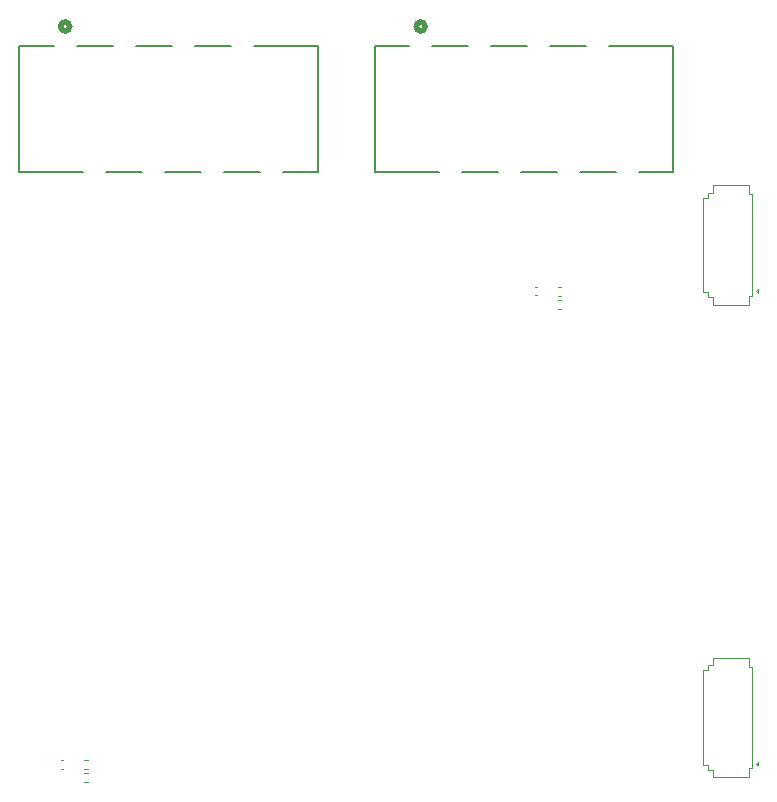
<source format=gbr>
%TF.GenerationSoftware,KiCad,Pcbnew,9.0.7*%
%TF.CreationDate,2026-02-20T11:37:07-08:00*%
%TF.ProjectId,rgb-plate,7267622d-706c-4617-9465-2e6b69636164,rev?*%
%TF.SameCoordinates,Original*%
%TF.FileFunction,Legend,Top*%
%TF.FilePolarity,Positive*%
%FSLAX46Y46*%
G04 Gerber Fmt 4.6, Leading zero omitted, Abs format (unit mm)*
G04 Created by KiCad (PCBNEW 9.0.7) date 2026-02-20 11:37:07*
%MOMM*%
%LPD*%
G01*
G04 APERTURE LIST*
%ADD10C,0.120000*%
%ADD11C,0.152400*%
%ADD12C,0.508000*%
G04 APERTURE END LIST*
D10*
%TO.C,TH2*%
X116446359Y-124320000D02*
X116753641Y-124320000D01*
X116446359Y-125080000D02*
X116753641Y-125080000D01*
%TO.C,C2*%
X114707836Y-124340000D02*
X114492164Y-124340000D01*
X114707836Y-125060000D02*
X114492164Y-125060000D01*
%TO.C,TH1*%
X156556359Y-84220000D02*
X156863641Y-84220000D01*
X156556359Y-84980000D02*
X156863641Y-84980000D01*
D11*
%TO.C,J2*%
X110976200Y-63878700D02*
X110976200Y-74521300D01*
X110976200Y-74521300D02*
X116369560Y-74521300D01*
X113869560Y-63878700D02*
X110976200Y-63878700D01*
X118330440Y-74521300D02*
X121369560Y-74521300D01*
X118869560Y-63878700D02*
X115830440Y-63878700D01*
X123330440Y-74521300D02*
X126369560Y-74521300D01*
X123869560Y-63878700D02*
X120830440Y-63878700D01*
X128330440Y-74521300D02*
X131369560Y-74521300D01*
X128869560Y-63878700D02*
X125830440Y-63878700D01*
X133330440Y-74521300D02*
X136223800Y-74521300D01*
X136223800Y-63878700D02*
X130830440Y-63878700D01*
X136223800Y-74521300D02*
X136223800Y-63878700D01*
D12*
X115231000Y-62199300D02*
G75*
G02*
X114469000Y-62199300I-381000J0D01*
G01*
X114469000Y-62199300D02*
G75*
G02*
X115231000Y-62199300I381000J0D01*
G01*
D10*
%TO.C,R1*%
X156863641Y-85320000D02*
X156556359Y-85320000D01*
X156863641Y-86080000D02*
X156556359Y-86080000D01*
D11*
%TO.C,J3*%
X141076200Y-63878700D02*
X141076200Y-74521300D01*
X141076200Y-74521300D02*
X146469560Y-74521300D01*
X143969560Y-63878700D02*
X141076200Y-63878700D01*
X148430440Y-74521300D02*
X151469560Y-74521300D01*
X148969560Y-63878700D02*
X145930440Y-63878700D01*
X153430440Y-74521300D02*
X156469560Y-74521300D01*
X153969560Y-63878700D02*
X150930440Y-63878700D01*
X158430440Y-74521300D02*
X161469560Y-74521300D01*
X158969560Y-63878700D02*
X155930440Y-63878700D01*
X163430440Y-74521300D02*
X166323800Y-74521300D01*
X166323800Y-63878700D02*
X160930440Y-63878700D01*
X166323800Y-74521300D02*
X166323800Y-63878700D01*
D12*
X145331000Y-62199300D02*
G75*
G02*
X144569000Y-62199300I-381000J0D01*
G01*
X144569000Y-62199300D02*
G75*
G02*
X145331000Y-62199300I381000J0D01*
G01*
D10*
%TO.C,C1*%
X154817836Y-84240000D02*
X154602164Y-84240000D01*
X154817836Y-84960000D02*
X154602164Y-84960000D01*
%TO.C,J5*%
X168840000Y-76690000D02*
X169290000Y-76690000D01*
X168840000Y-80700000D02*
X168840000Y-76690000D01*
X168840000Y-80700000D02*
X168840000Y-84710000D01*
X168840000Y-84710000D02*
X169290000Y-84710000D01*
X169290000Y-76290000D02*
X169690000Y-76290000D01*
X169290000Y-76690000D02*
X169290000Y-76290000D01*
X169290000Y-84710000D02*
X169290000Y-85110000D01*
X169290000Y-85110000D02*
X169690000Y-85110000D01*
X169690000Y-75640000D02*
X172760000Y-75640000D01*
X169690000Y-76290000D02*
X169690000Y-75640000D01*
X169690000Y-85110000D02*
X169690000Y-85760000D01*
X169690000Y-85760000D02*
X172760000Y-85760000D01*
X172760000Y-75640000D02*
X172760000Y-76390000D01*
X172760000Y-76390000D02*
X172960000Y-76390000D01*
X172760000Y-85010000D02*
X172960000Y-85010000D01*
X172760000Y-85760000D02*
X172760000Y-85010000D01*
X172960000Y-76390000D02*
X172960000Y-80700000D01*
X172960000Y-85010000D02*
X172960000Y-80700000D01*
X173310000Y-84600000D02*
X173522132Y-84450000D01*
X173522132Y-84450000D02*
X173522132Y-84750000D01*
X173522132Y-84750000D02*
X173310000Y-84600000D01*
%TO.C,J1*%
X168840000Y-116690000D02*
X169290000Y-116690000D01*
X168840000Y-120700000D02*
X168840000Y-116690000D01*
X168840000Y-120700000D02*
X168840000Y-124710000D01*
X168840000Y-124710000D02*
X169290000Y-124710000D01*
X169290000Y-116290000D02*
X169690000Y-116290000D01*
X169290000Y-116690000D02*
X169290000Y-116290000D01*
X169290000Y-124710000D02*
X169290000Y-125110000D01*
X169290000Y-125110000D02*
X169690000Y-125110000D01*
X169690000Y-115640000D02*
X172760000Y-115640000D01*
X169690000Y-116290000D02*
X169690000Y-115640000D01*
X169690000Y-125110000D02*
X169690000Y-125760000D01*
X169690000Y-125760000D02*
X172760000Y-125760000D01*
X172760000Y-115640000D02*
X172760000Y-116390000D01*
X172760000Y-116390000D02*
X172960000Y-116390000D01*
X172760000Y-125010000D02*
X172960000Y-125010000D01*
X172760000Y-125760000D02*
X172760000Y-125010000D01*
X172960000Y-116390000D02*
X172960000Y-120700000D01*
X172960000Y-125010000D02*
X172960000Y-120700000D01*
X173310000Y-124600000D02*
X173522132Y-124450000D01*
X173522132Y-124450000D02*
X173522132Y-124750000D01*
X173522132Y-124750000D02*
X173310000Y-124600000D01*
%TO.C,R2*%
X116753641Y-125420000D02*
X116446359Y-125420000D01*
X116753641Y-126180000D02*
X116446359Y-126180000D01*
%TD*%
M02*

</source>
